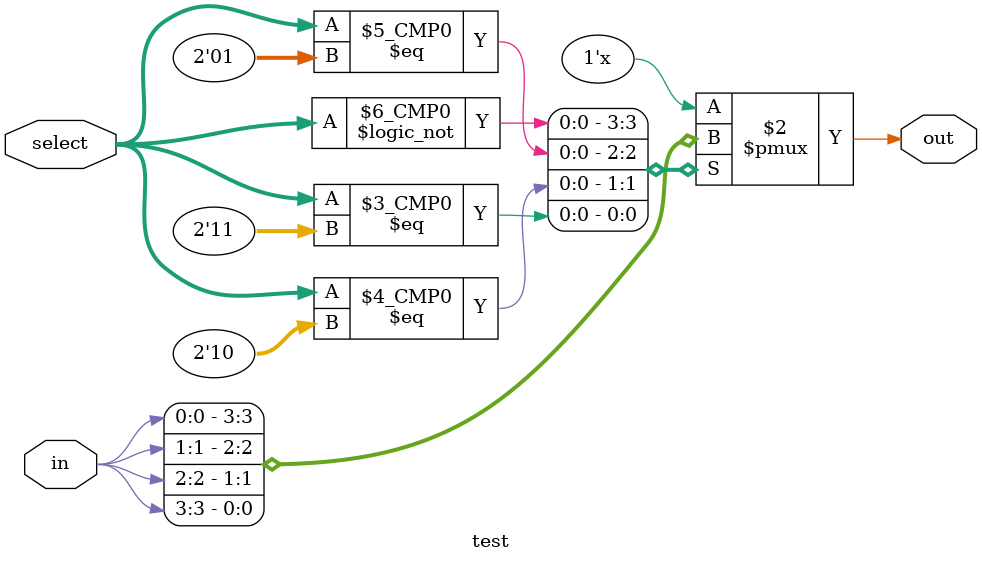
<source format=v>
module test(input [3:0] in, input [1:0] select, output reg out);

always @( in or select)
    case (select)
	    0: out = in[0];
	    1: out = in[1];
	    2: out = in[2];
	    3: out = in[3];
	endcase
endmodule	

</source>
